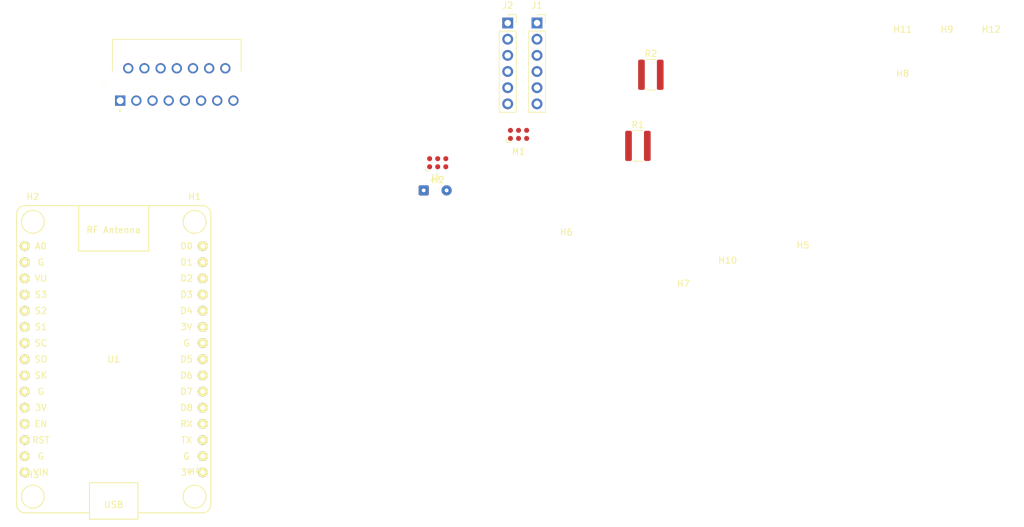
<source format=kicad_pcb>
(kicad_pcb (version 20171130) (host pcbnew "(5.1.9)-1")

  (general
    (thickness 1.6)
    (drawings 0)
    (tracks 0)
    (zones 0)
    (modules 21)
    (nets 15)
  )

  (page A4)
  (layers
    (0 F.Cu signal)
    (31 B.Cu signal)
    (32 B.Adhes user)
    (33 F.Adhes user)
    (34 B.Paste user)
    (35 F.Paste user)
    (36 B.SilkS user)
    (37 F.SilkS user)
    (38 B.Mask user)
    (39 F.Mask user)
    (40 Dwgs.User user)
    (41 Cmts.User user)
    (42 Eco1.User user)
    (43 Eco2.User user)
    (44 Edge.Cuts user)
    (45 Margin user)
    (46 B.CrtYd user)
    (47 F.CrtYd user)
    (48 B.Fab user)
    (49 F.Fab user)
  )

  (setup
    (last_trace_width 0.25)
    (trace_clearance 0.2)
    (zone_clearance 0.508)
    (zone_45_only no)
    (trace_min 0.2)
    (via_size 0.8)
    (via_drill 0.4)
    (via_min_size 0.4)
    (via_min_drill 0.3)
    (uvia_size 0.3)
    (uvia_drill 0.1)
    (uvias_allowed no)
    (uvia_min_size 0.2)
    (uvia_min_drill 0.1)
    (edge_width 0.05)
    (segment_width 0.2)
    (pcb_text_width 0.3)
    (pcb_text_size 1.5 1.5)
    (mod_edge_width 0.12)
    (mod_text_size 1 1)
    (mod_text_width 0.15)
    (pad_size 1.524 1.524)
    (pad_drill 0.762)
    (pad_to_mask_clearance 0)
    (aux_axis_origin 0 0)
    (visible_elements FFFFFF7F)
    (pcbplotparams
      (layerselection 0x010fc_ffffffff)
      (usegerberextensions false)
      (usegerberattributes true)
      (usegerberadvancedattributes true)
      (creategerberjobfile true)
      (excludeedgelayer true)
      (linewidth 0.100000)
      (plotframeref false)
      (viasonmask false)
      (mode 1)
      (useauxorigin false)
      (hpglpennumber 1)
      (hpglpenspeed 20)
      (hpglpendiameter 15.000000)
      (psnegative false)
      (psa4output false)
      (plotreference true)
      (plotvalue true)
      (plotinvisibletext false)
      (padsonsilk false)
      (subtractmaskfromsilk false)
      (outputformat 1)
      (mirror false)
      (drillshape 1)
      (scaleselection 1)
      (outputdirectory ""))
  )

  (net 0 "")
  (net 1 XSHUT_Left)
  (net 2 SDA)
  (net 3 SCL)
  (net 4 GND)
  (net 5 5V)
  (net 6 XSHUT_Right)
  (net 7 "Net-(M1-Pad2)")
  (net 8 "Net-(M1-Pad1)")
  (net 9 "Net-(M2-Pad2)")
  (net 10 "Net-(M2-Pad1)")
  (net 11 IN1_IN3)
  (net 12 EN_A)
  (net 13 EN_B)
  (net 14 IN2_IN4)

  (net_class Default "This is the default net class."
    (clearance 0.2)
    (trace_width 0.25)
    (via_dia 0.8)
    (via_drill 0.4)
    (uvia_dia 0.3)
    (uvia_drill 0.1)
    (add_net 12V)
    (add_net 5V)
    (add_net EN_A)
    (add_net EN_B)
    (add_net GND)
    (add_net IN1_IN3)
    (add_net IN2_IN4)
    (add_net "Net-(J1-Pad5)")
    (add_net "Net-(J2-Pad5)")
    (add_net "Net-(M1-Pad1)")
    (add_net "Net-(M1-Pad2)")
    (add_net "Net-(M2-Pad1)")
    (add_net "Net-(M2-Pad2)")
    (add_net "Net-(U1-Pad1)")
    (add_net "Net-(U1-Pad11)")
    (add_net "Net-(U1-Pad12)")
    (add_net "Net-(U1-Pad13)")
    (add_net "Net-(U1-Pad16)")
    (add_net "Net-(U1-Pad18)")
    (add_net "Net-(U1-Pad19)")
    (add_net "Net-(U1-Pad2)")
    (add_net "Net-(U1-Pad25)")
    (add_net "Net-(U1-Pad3)")
    (add_net "Net-(U1-Pad30)")
    (add_net "Net-(U1-Pad4)")
    (add_net "Net-(U1-Pad5)")
    (add_net "Net-(U1-Pad6)")
    (add_net "Net-(U1-Pad7)")
    (add_net "Net-(U1-Pad8)")
    (add_net "Net-(U1-Pad9)")
    (add_net "Net-(U2-Pad1)")
    (add_net "Net-(U2-Pad15)")
    (add_net SCL)
    (add_net SDA)
    (add_net XSHUT_Left)
    (add_net XSHUT_Right)
  )

  (module L298N:TO127P2020X500X2100-15 (layer F.Cu) (tedit 606CC52F) (tstamp 61ABD190)
    (at 105.156 58.928 90)
    (path /61AF75BD)
    (fp_text reference U2 (at 2.425 -2.495 90) (layer F.SilkS)
      (effects (font (size 1 1) (thickness 0.015)))
    )
    (fp_text value L298N (at 13.22 20.475 90) (layer F.Fab)
      (effects (font (size 1 1) (thickness 0.015)))
    )
    (fp_line (start 9.63 -1.21) (end 4.63 -1.21) (layer F.SilkS) (width 0.127))
    (fp_line (start 4.63 -1.21) (end 4.63 18.99) (layer F.Fab) (width 0.127))
    (fp_line (start 4.63 18.99) (end 9.63 18.99) (layer F.SilkS) (width 0.127))
    (fp_line (start 9.63 18.99) (end 9.63 -1.21) (layer F.SilkS) (width 0.127))
    (fp_line (start 9.63 -1.21) (end 4.63 -1.21) (layer F.Fab) (width 0.127))
    (fp_line (start 4.63 18.99) (end 9.63 18.99) (layer F.Fab) (width 0.127))
    (fp_line (start 9.63 18.99) (end 9.63 -1.21) (layer F.Fab) (width 0.127))
    (fp_circle (center -1.59 0) (end -1.49 0) (layer F.SilkS) (width 0.2))
    (fp_circle (center -1.59 0) (end -1.49 0) (layer F.Fab) (width 0.2))
    (fp_line (start 9.88 -1.46) (end -1.06 -1.46) (layer F.CrtYd) (width 0.05))
    (fp_line (start -1.06 -1.46) (end -1.06 19.24) (layer F.CrtYd) (width 0.05))
    (fp_line (start -1.06 19.24) (end 9.88 19.24) (layer F.CrtYd) (width 0.05))
    (fp_line (start 9.88 19.24) (end 9.88 -1.46) (layer F.CrtYd) (width 0.05))
    (pad 15 thru_hole circle (at 0 17.78 90) (size 1.62 1.62) (drill 1.08) (layers *.Cu *.Mask))
    (pad 14 thru_hole circle (at 5.08 16.51 90) (size 1.62 1.62) (drill 1.08) (layers *.Cu *.Mask)
      (net 9 "Net-(M2-Pad2)"))
    (pad 13 thru_hole circle (at 0 15.24 90) (size 1.62 1.62) (drill 1.08) (layers *.Cu *.Mask)
      (net 10 "Net-(M2-Pad1)"))
    (pad 12 thru_hole circle (at 5.08 13.97 90) (size 1.62 1.62) (drill 1.08) (layers *.Cu *.Mask)
      (net 14 IN2_IN4))
    (pad 11 thru_hole circle (at 0 12.7 90) (size 1.62 1.62) (drill 1.08) (layers *.Cu *.Mask)
      (net 13 EN_B))
    (pad 10 thru_hole circle (at 5.08 11.43 90) (size 1.62 1.62) (drill 1.08) (layers *.Cu *.Mask)
      (net 11 IN1_IN3))
    (pad 9 thru_hole circle (at 0 10.16 90) (size 1.62 1.62) (drill 1.08) (layers *.Cu *.Mask)
      (net 5 5V))
    (pad 8 thru_hole circle (at 5.08 8.89 90) (size 1.62 1.62) (drill 1.08) (layers *.Cu *.Mask)
      (net 4 GND))
    (pad 7 thru_hole circle (at 0 7.62 90) (size 1.62 1.62) (drill 1.08) (layers *.Cu *.Mask)
      (net 14 IN2_IN4))
    (pad 6 thru_hole circle (at 5.08 6.35 90) (size 1.62 1.62) (drill 1.08) (layers *.Cu *.Mask)
      (net 12 EN_A))
    (pad 5 thru_hole circle (at 0 5.08 90) (size 1.62 1.62) (drill 1.08) (layers *.Cu *.Mask)
      (net 11 IN1_IN3))
    (pad 4 thru_hole circle (at 5.08 3.81 90) (size 1.62 1.62) (drill 1.08) (layers *.Cu *.Mask))
    (pad 3 thru_hole circle (at 0 2.54 90) (size 1.62 1.62) (drill 1.08) (layers *.Cu *.Mask)
      (net 7 "Net-(M1-Pad2)"))
    (pad 2 thru_hole circle (at 5.08 1.27 90) (size 1.62 1.62) (drill 1.08) (layers *.Cu *.Mask)
      (net 8 "Net-(M1-Pad1)"))
    (pad 1 thru_hole rect (at 0 0 90) (size 1.62 1.62) (drill 1.08) (layers *.Cu *.Mask))
  )

  (module "ESP8266_2:NodeMCU1.0(12-E)" (layer F.Cu) (tedit 5AF3DDCB) (tstamp 61ABD170)
    (at 104.14 99.568)
    (path /60B0CE90)
    (fp_text reference U1 (at 0 0) (layer F.SilkS)
      (effects (font (size 1 1) (thickness 0.15)))
    )
    (fp_text value "NodeMCU_1.0_(ESP-12E)" (at 0 -5.08) (layer F.Fab)
      (effects (font (size 1 1) (thickness 0.15)))
    )
    (fp_text user D0 (at 11.43 -17.78) (layer F.SilkS)
      (effects (font (size 1 1) (thickness 0.15)))
    )
    (fp_text user D1 (at 11.43 -15.24) (layer F.SilkS)
      (effects (font (size 1 1) (thickness 0.15)))
    )
    (fp_text user D2 (at 11.43 -12.7) (layer F.SilkS)
      (effects (font (size 1 1) (thickness 0.15)))
    )
    (fp_text user D3 (at 11.43 -10.16) (layer F.SilkS)
      (effects (font (size 1 1) (thickness 0.15)))
    )
    (fp_text user D4 (at 11.43 -7.62) (layer F.SilkS)
      (effects (font (size 1 1) (thickness 0.15)))
    )
    (fp_text user 3V (at 11.43 -5.08) (layer F.SilkS)
      (effects (font (size 1 1) (thickness 0.15)))
    )
    (fp_text user G (at 11.43 -2.54) (layer F.SilkS)
      (effects (font (size 1 1) (thickness 0.15)))
    )
    (fp_text user D5 (at 11.43 0) (layer F.SilkS)
      (effects (font (size 1 1) (thickness 0.15)))
    )
    (fp_text user D6 (at 11.43 2.54) (layer F.SilkS)
      (effects (font (size 1 1) (thickness 0.15)))
    )
    (fp_text user D7 (at 11.43 5.08) (layer F.SilkS)
      (effects (font (size 1 1) (thickness 0.15)))
    )
    (fp_text user D8 (at 11.43 7.62) (layer F.SilkS)
      (effects (font (size 1 1) (thickness 0.15)))
    )
    (fp_text user RX (at 11.43 10.16) (layer F.SilkS)
      (effects (font (size 1 1) (thickness 0.15)))
    )
    (fp_text user TX (at 11.43 12.7) (layer F.SilkS)
      (effects (font (size 1 1) (thickness 0.15)))
    )
    (fp_text user G (at 11.43 15.24) (layer F.SilkS)
      (effects (font (size 1 1) (thickness 0.15)))
    )
    (fp_text user 3V (at 11.43 17.78) (layer F.SilkS)
      (effects (font (size 1 1) (thickness 0.15)))
    )
    (fp_text user A0 (at -11.43 -17.78) (layer F.SilkS)
      (effects (font (size 1 1) (thickness 0.15)))
    )
    (fp_text user G (at -11.43 -15.24) (layer F.SilkS)
      (effects (font (size 1 1) (thickness 0.15)))
    )
    (fp_text user VU (at -11.43 -12.7) (layer F.SilkS)
      (effects (font (size 1 1) (thickness 0.15)))
    )
    (fp_text user S3 (at -11.43 -10.16) (layer F.SilkS)
      (effects (font (size 1 1) (thickness 0.15)))
    )
    (fp_text user S2 (at -11.43 -7.62) (layer F.SilkS)
      (effects (font (size 1 1) (thickness 0.15)))
    )
    (fp_text user S1 (at -11.43 -5.08) (layer F.SilkS)
      (effects (font (size 1 1) (thickness 0.15)))
    )
    (fp_text user SC (at -11.43 -2.54) (layer F.SilkS)
      (effects (font (size 1 1) (thickness 0.15)))
    )
    (fp_text user SO (at -11.43 0) (layer F.SilkS)
      (effects (font (size 1 1) (thickness 0.15)))
    )
    (fp_text user SK (at -11.43 2.54) (layer F.SilkS)
      (effects (font (size 1 1) (thickness 0.15)))
    )
    (fp_text user G (at -11.43 5.08) (layer F.SilkS)
      (effects (font (size 1 1) (thickness 0.15)))
    )
    (fp_text user 3V (at -11.43 7.62) (layer F.SilkS)
      (effects (font (size 1 1) (thickness 0.15)))
    )
    (fp_text user EN (at -11.43 10.16) (layer F.SilkS)
      (effects (font (size 1 1) (thickness 0.15)))
    )
    (fp_text user RST (at -11.43 12.7) (layer F.SilkS)
      (effects (font (size 1 1) (thickness 0.15)))
    )
    (fp_text user G (at -11.43 15.24) (layer F.SilkS)
      (effects (font (size 1 1) (thickness 0.15)))
    )
    (fp_text user VIN (at -11.43 17.78) (layer F.SilkS)
      (effects (font (size 1 1) (thickness 0.15)))
    )
    (fp_arc (start -13.97 22.86) (end -13.97 24.13) (angle 90) (layer F.SilkS) (width 0.15))
    (fp_arc (start 13.97 22.86) (end 15.24 22.86) (angle 90) (layer F.SilkS) (width 0.15))
    (fp_arc (start 13.97 -22.86) (end 13.97 -24.13) (angle 90) (layer F.SilkS) (width 0.15))
    (fp_arc (start -13.97 -22.86) (end -15.24 -22.86) (angle 90) (layer F.SilkS) (width 0.15))
    (fp_text user "RF Antenna" (at 0 -20.32) (layer F.SilkS)
      (effects (font (size 1 1) (thickness 0.15)))
    )
    (fp_text user USB (at 0 22.86) (layer F.SilkS)
      (effects (font (size 1 1) (thickness 0.15)))
    )
    (fp_line (start 13.98 24.13) (end 3.81 24.13) (layer F.SilkS) (width 0.15))
    (fp_line (start 5.5 -17) (end -5.5 -17) (layer F.SilkS) (width 0.15))
    (fp_line (start 5.5 -24.13) (end 5.5 -17) (layer F.SilkS) (width 0.15))
    (fp_line (start -5.5 -17) (end -5.5 -24.13) (layer F.SilkS) (width 0.15))
    (fp_line (start -3.8 25.13) (end -3.8 19.4) (layer F.SilkS) (width 0.15))
    (fp_line (start -3.8 19.4) (end 3.8 19.4) (layer F.SilkS) (width 0.15))
    (fp_line (start 3.8 19.4) (end 3.8 25.13) (layer F.SilkS) (width 0.15))
    (fp_line (start 3.8 25.13) (end -3.8 25.13) (layer F.SilkS) (width 0.15))
    (fp_line (start 15.24 -22.86) (end 15.24 22.86) (layer F.SilkS) (width 0.15))
    (fp_line (start -15.24 -22.86) (end -15.24 22.86) (layer F.SilkS) (width 0.15))
    (fp_line (start -3.8 24.13) (end -13.97 24.13) (layer F.SilkS) (width 0.15))
    (fp_circle (center 12.7 21.59) (end 13.97 20.32) (layer F.SilkS) (width 0.15))
    (fp_circle (center -12.7 21.59) (end -11.43 20.32) (layer F.SilkS) (width 0.15))
    (fp_circle (center -12.7 -21.59) (end -11.43 -22.86) (layer F.SilkS) (width 0.15))
    (fp_circle (center 12.7 -21.59) (end 13.97 -22.86) (layer F.SilkS) (width 0.15))
    (fp_line (start 13.97 -24.13) (end -13.97 -24.13) (layer F.SilkS) (width 0.15))
    (pad 30 thru_hole circle (at 13.97 -17.78) (size 1.524 1.524) (drill 0.762) (layers *.Cu *.Mask F.SilkS))
    (pad 29 thru_hole circle (at 13.97 -15.24) (size 1.524 1.524) (drill 0.762) (layers *.Cu *.Mask F.SilkS)
      (net 3 SCL))
    (pad 28 thru_hole circle (at 13.97 -12.7) (size 1.524 1.524) (drill 0.762) (layers *.Cu *.Mask F.SilkS)
      (net 2 SDA))
    (pad 27 thru_hole circle (at 13.97 -10.16) (size 1.524 1.524) (drill 0.762) (layers *.Cu *.Mask F.SilkS)
      (net 11 IN1_IN3))
    (pad 26 thru_hole circle (at 13.97 -7.62) (size 1.524 1.524) (drill 0.762) (layers *.Cu *.Mask F.SilkS)
      (net 1 XSHUT_Left))
    (pad 25 thru_hole circle (at 13.97 -5.08) (size 1.524 1.524) (drill 0.762) (layers *.Cu *.Mask F.SilkS))
    (pad 24 thru_hole circle (at 13.97 -2.54) (size 1.524 1.524) (drill 0.762) (layers *.Cu *.Mask F.SilkS)
      (net 4 GND))
    (pad 23 thru_hole circle (at 13.97 0) (size 1.524 1.524) (drill 0.762) (layers *.Cu *.Mask F.SilkS)
      (net 12 EN_A))
    (pad 22 thru_hole circle (at 13.97 2.54) (size 1.524 1.524) (drill 0.762) (layers *.Cu *.Mask F.SilkS)
      (net 13 EN_B))
    (pad 21 thru_hole circle (at 13.97 5.08) (size 1.524 1.524) (drill 0.762) (layers *.Cu *.Mask F.SilkS)
      (net 14 IN2_IN4))
    (pad 20 thru_hole circle (at 13.97 7.62) (size 1.524 1.524) (drill 0.762) (layers *.Cu *.Mask F.SilkS)
      (net 6 XSHUT_Right))
    (pad 19 thru_hole circle (at 13.97 10.16) (size 1.524 1.524) (drill 0.762) (layers *.Cu *.Mask F.SilkS))
    (pad 18 thru_hole circle (at 13.97 12.7) (size 1.524 1.524) (drill 0.762) (layers *.Cu *.Mask F.SilkS))
    (pad 17 thru_hole circle (at 13.97 15.24) (size 1.524 1.524) (drill 0.762) (layers *.Cu *.Mask F.SilkS)
      (net 4 GND))
    (pad 16 thru_hole circle (at 13.97 17.78) (size 1.524 1.524) (drill 0.762) (layers *.Cu *.Mask F.SilkS))
    (pad 15 thru_hole circle (at -13.97 17.78) (size 1.524 1.524) (drill 0.762) (layers *.Cu *.Mask F.SilkS)
      (net 5 5V))
    (pad 14 thru_hole circle (at -13.97 15.24) (size 1.524 1.524) (drill 0.762) (layers *.Cu *.Mask F.SilkS)
      (net 4 GND))
    (pad 13 thru_hole circle (at -13.97 12.7) (size 1.524 1.524) (drill 0.762) (layers *.Cu *.Mask F.SilkS))
    (pad 12 thru_hole circle (at -13.97 10.16) (size 1.524 1.524) (drill 0.762) (layers *.Cu *.Mask F.SilkS))
    (pad 11 thru_hole circle (at -13.97 7.62) (size 1.524 1.524) (drill 0.762) (layers *.Cu *.Mask F.SilkS))
    (pad 10 thru_hole circle (at -13.97 5.08) (size 1.524 1.524) (drill 0.762) (layers *.Cu *.Mask F.SilkS)
      (net 4 GND))
    (pad 9 thru_hole circle (at -13.97 2.54) (size 1.524 1.524) (drill 0.762) (layers *.Cu *.Mask F.SilkS))
    (pad 8 thru_hole circle (at -13.97 0) (size 1.524 1.524) (drill 0.762) (layers *.Cu *.Mask F.SilkS))
    (pad 7 thru_hole circle (at -13.97 -2.54) (size 1.524 1.524) (drill 0.762) (layers *.Cu *.Mask F.SilkS))
    (pad 6 thru_hole circle (at -13.97 -5.08) (size 1.524 1.524) (drill 0.762) (layers *.Cu *.Mask F.SilkS))
    (pad 5 thru_hole circle (at -13.97 -7.62) (size 1.524 1.524) (drill 0.762) (layers *.Cu *.Mask F.SilkS))
    (pad 4 thru_hole circle (at -13.97 -10.16) (size 1.524 1.524) (drill 0.762) (layers *.Cu *.Mask F.SilkS))
    (pad 3 thru_hole circle (at -13.97 -12.7) (size 1.524 1.524) (drill 0.762) (layers *.Cu *.Mask F.SilkS))
    (pad 2 thru_hole circle (at -13.97 -15.24) (size 1.524 1.524) (drill 0.762) (layers *.Cu *.Mask F.SilkS))
    (pad 1 thru_hole circle (at -13.97 -17.78) (size 1.524 1.524) (drill 0.762) (layers *.Cu *.Mask F.SilkS))
  )

  (module Resistor_SMD:R_1218_3246Metric (layer F.Cu) (tedit 5F68FEEE) (tstamp 61ABD11A)
    (at 188.468 54.864)
    (descr "Resistor SMD 1218 (3246 Metric), square (rectangular) end terminal, IPC_7351 nominal, (Body size source: https://www.vishay.com/docs/20035/dcrcwe3.pdf), generated with kicad-footprint-generator")
    (tags resistor)
    (path /61AF5DFF)
    (attr smd)
    (fp_text reference R2 (at 0 -3.32) (layer F.SilkS)
      (effects (font (size 1 1) (thickness 0.15)))
    )
    (fp_text value 4.7k (at 0 3.32) (layer F.Fab)
      (effects (font (size 1 1) (thickness 0.15)))
    )
    (fp_text user %R (at 0 0) (layer F.Fab)
      (effects (font (size 0.8 0.8) (thickness 0.12)))
    )
    (fp_line (start -1.6 2.3) (end -1.6 -2.3) (layer F.Fab) (width 0.1))
    (fp_line (start -1.6 -2.3) (end 1.6 -2.3) (layer F.Fab) (width 0.1))
    (fp_line (start 1.6 -2.3) (end 1.6 2.3) (layer F.Fab) (width 0.1))
    (fp_line (start 1.6 2.3) (end -1.6 2.3) (layer F.Fab) (width 0.1))
    (fp_line (start -0.777064 -2.41) (end 0.777064 -2.41) (layer F.SilkS) (width 0.12))
    (fp_line (start -0.777064 2.41) (end 0.777064 2.41) (layer F.SilkS) (width 0.12))
    (fp_line (start -2.25 2.62) (end -2.25 -2.62) (layer F.CrtYd) (width 0.05))
    (fp_line (start -2.25 -2.62) (end 2.25 -2.62) (layer F.CrtYd) (width 0.05))
    (fp_line (start 2.25 -2.62) (end 2.25 2.62) (layer F.CrtYd) (width 0.05))
    (fp_line (start 2.25 2.62) (end -2.25 2.62) (layer F.CrtYd) (width 0.05))
    (pad 2 smd roundrect (at 1.475 0) (size 1.05 4.75) (layers F.Cu F.Paste F.Mask) (roundrect_rratio 0.238095)
      (net 5 5V))
    (pad 1 smd roundrect (at -1.475 0) (size 1.05 4.75) (layers F.Cu F.Paste F.Mask) (roundrect_rratio 0.238095)
      (net 2 SDA))
    (model ${KISYS3DMOD}/Resistor_SMD.3dshapes/R_1218_3246Metric.wrl
      (at (xyz 0 0 0))
      (scale (xyz 1 1 1))
      (rotate (xyz 0 0 0))
    )
  )

  (module Resistor_SMD:R_1218_3246Metric (layer F.Cu) (tedit 5F68FEEE) (tstamp 61ABD109)
    (at 186.436 66.04)
    (descr "Resistor SMD 1218 (3246 Metric), square (rectangular) end terminal, IPC_7351 nominal, (Body size source: https://www.vishay.com/docs/20035/dcrcwe3.pdf), generated with kicad-footprint-generator")
    (tags resistor)
    (path /61AF4570)
    (attr smd)
    (fp_text reference R1 (at 0 -3.32) (layer F.SilkS)
      (effects (font (size 1 1) (thickness 0.15)))
    )
    (fp_text value 4.7k (at 0 3.32) (layer F.Fab)
      (effects (font (size 1 1) (thickness 0.15)))
    )
    (fp_text user %R (at 0 0) (layer F.Fab)
      (effects (font (size 0.8 0.8) (thickness 0.12)))
    )
    (fp_line (start -1.6 2.3) (end -1.6 -2.3) (layer F.Fab) (width 0.1))
    (fp_line (start -1.6 -2.3) (end 1.6 -2.3) (layer F.Fab) (width 0.1))
    (fp_line (start 1.6 -2.3) (end 1.6 2.3) (layer F.Fab) (width 0.1))
    (fp_line (start 1.6 2.3) (end -1.6 2.3) (layer F.Fab) (width 0.1))
    (fp_line (start -0.777064 -2.41) (end 0.777064 -2.41) (layer F.SilkS) (width 0.12))
    (fp_line (start -0.777064 2.41) (end 0.777064 2.41) (layer F.SilkS) (width 0.12))
    (fp_line (start -2.25 2.62) (end -2.25 -2.62) (layer F.CrtYd) (width 0.05))
    (fp_line (start -2.25 -2.62) (end 2.25 -2.62) (layer F.CrtYd) (width 0.05))
    (fp_line (start 2.25 -2.62) (end 2.25 2.62) (layer F.CrtYd) (width 0.05))
    (fp_line (start 2.25 2.62) (end -2.25 2.62) (layer F.CrtYd) (width 0.05))
    (pad 2 smd roundrect (at 1.475 0) (size 1.05 4.75) (layers F.Cu F.Paste F.Mask) (roundrect_rratio 0.238095)
      (net 5 5V))
    (pad 1 smd roundrect (at -1.475 0) (size 1.05 4.75) (layers F.Cu F.Paste F.Mask) (roundrect_rratio 0.238095)
      (net 3 SCL))
    (model ${KISYS3DMOD}/Resistor_SMD.3dshapes/R_1218_3246Metric.wrl
      (at (xyz 0 0 0))
      (scale (xyz 1 1 1))
      (rotate (xyz 0 0 0))
    )
  )

  (module Connector:Tag-Connect_TC2030-IDC-NL_2x03_P1.27mm_Vertical (layer F.Cu) (tedit 5A29CEA9) (tstamp 61ABD0F8)
    (at 155.006 68.686)
    (descr "Tag-Connect programming header; http://www.tag-connect.com/Materials/TC2030-IDC-NL.pdf")
    (tags "tag connect programming header pogo pins")
    (path /61B02949)
    (attr virtual)
    (fp_text reference M2 (at 0 2.7) (layer F.SilkS)
      (effects (font (size 1 1) (thickness 0.15)))
    )
    (fp_text value Motor_DC (at 0 -2.3) (layer F.Fab)
      (effects (font (size 1 1) (thickness 0.15)))
    )
    (fp_text user KEEPOUT (at 0 0) (layer Cmts.User)
      (effects (font (size 0.4 0.4) (thickness 0.07)))
    )
    (fp_text user %R (at 0 0) (layer F.Fab)
      (effects (font (size 1 1) (thickness 0.15)))
    )
    (fp_line (start -1.905 1.27) (end -1.905 0.635) (layer F.SilkS) (width 0.12))
    (fp_line (start -1.27 1.27) (end -1.905 1.27) (layer F.SilkS) (width 0.12))
    (fp_line (start -3.5 2) (end -3.5 -2) (layer F.CrtYd) (width 0.05))
    (fp_line (start 3.5 2) (end -3.5 2) (layer F.CrtYd) (width 0.05))
    (fp_line (start 3.5 -2) (end 3.5 2) (layer F.CrtYd) (width 0.05))
    (fp_line (start -3.5 -2) (end 3.5 -2) (layer F.CrtYd) (width 0.05))
    (fp_line (start -1.27 0.635) (end -1.27 -0.635) (layer Dwgs.User) (width 0.1))
    (fp_line (start 1.27 0.635) (end -1.27 0.635) (layer Dwgs.User) (width 0.1))
    (fp_line (start 1.27 -0.635) (end 1.27 0.635) (layer Dwgs.User) (width 0.1))
    (fp_line (start -1.27 -0.635) (end 1.27 -0.635) (layer Dwgs.User) (width 0.1))
    (fp_line (start -1.27 0.635) (end 0 -0.635) (layer Dwgs.User) (width 0.1))
    (fp_line (start -1.27 0) (end -0.635 -0.635) (layer Dwgs.User) (width 0.1))
    (fp_line (start -0.635 0.635) (end 0.635 -0.635) (layer Dwgs.User) (width 0.1))
    (fp_line (start 0 0.635) (end 1.27 -0.635) (layer Dwgs.User) (width 0.1))
    (fp_line (start 0.635 0.635) (end 1.27 0) (layer Dwgs.User) (width 0.1))
    (pad 6 connect circle (at 1.27 -0.635) (size 0.7874 0.7874) (layers F.Cu F.Mask))
    (pad 5 connect circle (at 1.27 0.635) (size 0.7874 0.7874) (layers F.Cu F.Mask))
    (pad 4 connect circle (at 0 -0.635) (size 0.7874 0.7874) (layers F.Cu F.Mask))
    (pad 3 connect circle (at 0 0.635) (size 0.7874 0.7874) (layers F.Cu F.Mask))
    (pad 2 connect circle (at -1.27 -0.635) (size 0.7874 0.7874) (layers F.Cu F.Mask)
      (net 9 "Net-(M2-Pad2)"))
    (pad 1 connect circle (at -1.27 0.635) (size 0.7874 0.7874) (layers F.Cu F.Mask)
      (net 10 "Net-(M2-Pad1)"))
    (pad "" np_thru_hole circle (at -2.54 0) (size 0.9906 0.9906) (drill 0.9906) (layers *.Cu *.Mask))
    (pad "" np_thru_hole circle (at 2.54 1.016) (size 0.9906 0.9906) (drill 0.9906) (layers *.Cu *.Mask))
    (pad "" np_thru_hole circle (at 2.54 -1.016) (size 0.9906 0.9906) (drill 0.9906) (layers *.Cu *.Mask))
  )

  (module Connector:Tag-Connect_TC2030-IDC-NL_2x03_P1.27mm_Vertical (layer F.Cu) (tedit 5A29CEA9) (tstamp 61ABD0DA)
    (at 167.696 64.236)
    (descr "Tag-Connect programming header; http://www.tag-connect.com/Materials/TC2030-IDC-NL.pdf")
    (tags "tag connect programming header pogo pins")
    (path /61B009EB)
    (attr virtual)
    (fp_text reference M1 (at 0 2.7) (layer F.SilkS)
      (effects (font (size 1 1) (thickness 0.15)))
    )
    (fp_text value Motor_DC (at 0 -2.3) (layer F.Fab)
      (effects (font (size 1 1) (thickness 0.15)))
    )
    (fp_text user KEEPOUT (at 0 0) (layer Cmts.User)
      (effects (font (size 0.4 0.4) (thickness 0.07)))
    )
    (fp_text user %R (at 0 0) (layer F.Fab)
      (effects (font (size 1 1) (thickness 0.15)))
    )
    (fp_line (start -1.905 1.27) (end -1.905 0.635) (layer F.SilkS) (width 0.12))
    (fp_line (start -1.27 1.27) (end -1.905 1.27) (layer F.SilkS) (width 0.12))
    (fp_line (start -3.5 2) (end -3.5 -2) (layer F.CrtYd) (width 0.05))
    (fp_line (start 3.5 2) (end -3.5 2) (layer F.CrtYd) (width 0.05))
    (fp_line (start 3.5 -2) (end 3.5 2) (layer F.CrtYd) (width 0.05))
    (fp_line (start -3.5 -2) (end 3.5 -2) (layer F.CrtYd) (width 0.05))
    (fp_line (start -1.27 0.635) (end -1.27 -0.635) (layer Dwgs.User) (width 0.1))
    (fp_line (start 1.27 0.635) (end -1.27 0.635) (layer Dwgs.User) (width 0.1))
    (fp_line (start 1.27 -0.635) (end 1.27 0.635) (layer Dwgs.User) (width 0.1))
    (fp_line (start -1.27 -0.635) (end 1.27 -0.635) (layer Dwgs.User) (width 0.1))
    (fp_line (start -1.27 0.635) (end 0 -0.635) (layer Dwgs.User) (width 0.1))
    (fp_line (start -1.27 0) (end -0.635 -0.635) (layer Dwgs.User) (width 0.1))
    (fp_line (start -0.635 0.635) (end 0.635 -0.635) (layer Dwgs.User) (width 0.1))
    (fp_line (start 0 0.635) (end 1.27 -0.635) (layer Dwgs.User) (width 0.1))
    (fp_line (start 0.635 0.635) (end 1.27 0) (layer Dwgs.User) (width 0.1))
    (pad 6 connect circle (at 1.27 -0.635) (size 0.7874 0.7874) (layers F.Cu F.Mask))
    (pad 5 connect circle (at 1.27 0.635) (size 0.7874 0.7874) (layers F.Cu F.Mask))
    (pad 4 connect circle (at 0 -0.635) (size 0.7874 0.7874) (layers F.Cu F.Mask))
    (pad 3 connect circle (at 0 0.635) (size 0.7874 0.7874) (layers F.Cu F.Mask))
    (pad 2 connect circle (at -1.27 -0.635) (size 0.7874 0.7874) (layers F.Cu F.Mask)
      (net 7 "Net-(M1-Pad2)"))
    (pad 1 connect circle (at -1.27 0.635) (size 0.7874 0.7874) (layers F.Cu F.Mask)
      (net 8 "Net-(M1-Pad1)"))
    (pad "" np_thru_hole circle (at -2.54 0) (size 0.9906 0.9906) (drill 0.9906) (layers *.Cu *.Mask))
    (pad "" np_thru_hole circle (at 2.54 1.016) (size 0.9906 0.9906) (drill 0.9906) (layers *.Cu *.Mask))
    (pad "" np_thru_hole circle (at 2.54 -1.016) (size 0.9906 0.9906) (drill 0.9906) (layers *.Cu *.Mask))
  )

  (module Connector_Wire:SolderWire-0.1sqmm_1x02_P3.6mm_D0.4mm_OD1mm (layer F.Cu) (tedit 5EB70B42) (tstamp 61ABD0BC)
    (at 152.806 73.036)
    (descr "Soldered wire connection, for 2 times 0.1 mm² wires, basic insulation, conductor diameter 0.4mm, outer diameter 1mm, size source Multi-Contact FLEXI-E 0.1 (https://ec.staubli.com/AcroFiles/Catalogues/TM_Cab-Main-11014119_(en)_hi.pdf), bend radius 3 times outer diameter, generated with kicad-footprint-generator")
    (tags "connector wire 0.1sqmm")
    (path /60C91BD1)
    (attr virtual)
    (fp_text reference J4 (at 1.8 -2) (layer F.SilkS)
      (effects (font (size 1 1) (thickness 0.15)))
    )
    (fp_text value "Power supply" (at 1.8 2) (layer F.Fab)
      (effects (font (size 1 1) (thickness 0.15)))
    )
    (fp_text user %R (at 1.8 0 90) (layer F.Fab)
      (effects (font (size 0.65 0.65) (thickness 0.1)))
    )
    (fp_circle (center 0 0) (end 0.5 0) (layer F.Fab) (width 0.1))
    (fp_circle (center 3.6 0) (end 4.1 0) (layer F.Fab) (width 0.1))
    (fp_line (start -1.3 -1.3) (end -1.3 1.3) (layer F.CrtYd) (width 0.05))
    (fp_line (start -1.3 1.3) (end 1.3 1.3) (layer F.CrtYd) (width 0.05))
    (fp_line (start 1.3 1.3) (end 1.3 -1.3) (layer F.CrtYd) (width 0.05))
    (fp_line (start 1.3 -1.3) (end -1.3 -1.3) (layer F.CrtYd) (width 0.05))
    (fp_line (start 2.3 -1.3) (end 2.3 1.3) (layer F.CrtYd) (width 0.05))
    (fp_line (start 2.3 1.3) (end 4.9 1.3) (layer F.CrtYd) (width 0.05))
    (fp_line (start 4.9 1.3) (end 4.9 -1.3) (layer F.CrtYd) (width 0.05))
    (fp_line (start 4.9 -1.3) (end 2.3 -1.3) (layer F.CrtYd) (width 0.05))
    (pad 2 thru_hole circle (at 3.6 0) (size 1.6 1.6) (drill 0.6) (layers *.Cu *.Mask)
      (net 4 GND))
    (pad 1 thru_hole roundrect (at 0 0) (size 1.6 1.6) (drill 0.6) (layers *.Cu *.Mask) (roundrect_rratio 0.15625)
      (net 5 5V))
    (model ${KISYS3DMOD}/Connector_Wire.3dshapes/SolderWire-0.1sqmm_1x02_P3.6mm_D0.4mm_OD1mm.wrl
      (at (xyz 0 0 0))
      (scale (xyz 1 1 1))
      (rotate (xyz 0 0 0))
    )
  )

  (module Connector_PinSocket_2.54mm:PinSocket_1x06_P2.54mm_Vertical (layer F.Cu) (tedit 5A19A430) (tstamp 61ABD0AB)
    (at 165.996 46.736)
    (descr "Through hole straight socket strip, 1x06, 2.54mm pitch, single row (from Kicad 4.0.7), script generated")
    (tags "Through hole socket strip THT 1x06 2.54mm single row")
    (path /60CE6BD4)
    (fp_text reference J2 (at 0 -2.77) (layer F.SilkS)
      (effects (font (size 1 1) (thickness 0.15)))
    )
    (fp_text value "VL53L0X Right" (at 0 15.47) (layer F.Fab)
      (effects (font (size 1 1) (thickness 0.15)))
    )
    (fp_text user %R (at 0 6.35 90) (layer F.Fab)
      (effects (font (size 1 1) (thickness 0.15)))
    )
    (fp_line (start -1.27 -1.27) (end 0.635 -1.27) (layer F.Fab) (width 0.1))
    (fp_line (start 0.635 -1.27) (end 1.27 -0.635) (layer F.Fab) (width 0.1))
    (fp_line (start 1.27 -0.635) (end 1.27 13.97) (layer F.Fab) (width 0.1))
    (fp_line (start 1.27 13.97) (end -1.27 13.97) (layer F.Fab) (width 0.1))
    (fp_line (start -1.27 13.97) (end -1.27 -1.27) (layer F.Fab) (width 0.1))
    (fp_line (start -1.33 1.27) (end 1.33 1.27) (layer F.SilkS) (width 0.12))
    (fp_line (start -1.33 1.27) (end -1.33 14.03) (layer F.SilkS) (width 0.12))
    (fp_line (start -1.33 14.03) (end 1.33 14.03) (layer F.SilkS) (width 0.12))
    (fp_line (start 1.33 1.27) (end 1.33 14.03) (layer F.SilkS) (width 0.12))
    (fp_line (start 1.33 -1.33) (end 1.33 0) (layer F.SilkS) (width 0.12))
    (fp_line (start 0 -1.33) (end 1.33 -1.33) (layer F.SilkS) (width 0.12))
    (fp_line (start -1.8 -1.8) (end 1.75 -1.8) (layer F.CrtYd) (width 0.05))
    (fp_line (start 1.75 -1.8) (end 1.75 14.45) (layer F.CrtYd) (width 0.05))
    (fp_line (start 1.75 14.45) (end -1.8 14.45) (layer F.CrtYd) (width 0.05))
    (fp_line (start -1.8 14.45) (end -1.8 -1.8) (layer F.CrtYd) (width 0.05))
    (pad 6 thru_hole oval (at 0 12.7) (size 1.7 1.7) (drill 1) (layers *.Cu *.Mask)
      (net 6 XSHUT_Right))
    (pad 5 thru_hole oval (at 0 10.16) (size 1.7 1.7) (drill 1) (layers *.Cu *.Mask))
    (pad 4 thru_hole oval (at 0 7.62) (size 1.7 1.7) (drill 1) (layers *.Cu *.Mask)
      (net 2 SDA))
    (pad 3 thru_hole oval (at 0 5.08) (size 1.7 1.7) (drill 1) (layers *.Cu *.Mask)
      (net 3 SCL))
    (pad 2 thru_hole oval (at 0 2.54) (size 1.7 1.7) (drill 1) (layers *.Cu *.Mask)
      (net 4 GND))
    (pad 1 thru_hole rect (at 0 0) (size 1.7 1.7) (drill 1) (layers *.Cu *.Mask)
      (net 5 5V))
    (model ${KISYS3DMOD}/Connector_PinSocket_2.54mm.3dshapes/PinSocket_1x06_P2.54mm_Vertical.wrl
      (at (xyz 0 0 0))
      (scale (xyz 1 1 1))
      (rotate (xyz 0 0 0))
    )
  )

  (module Connector_PinSocket_2.54mm:PinSocket_1x06_P2.54mm_Vertical (layer F.Cu) (tedit 5A19A430) (tstamp 61ABD091)
    (at 170.596 46.736)
    (descr "Through hole straight socket strip, 1x06, 2.54mm pitch, single row (from Kicad 4.0.7), script generated")
    (tags "Through hole socket strip THT 1x06 2.54mm single row")
    (path /60C6A1D4)
    (fp_text reference J1 (at 0 -2.77) (layer F.SilkS)
      (effects (font (size 1 1) (thickness 0.15)))
    )
    (fp_text value "VL53L0X Left" (at 0 15.47) (layer F.Fab)
      (effects (font (size 1 1) (thickness 0.15)))
    )
    (fp_text user %R (at 0 6.35 90) (layer F.Fab)
      (effects (font (size 1 1) (thickness 0.15)))
    )
    (fp_line (start -1.27 -1.27) (end 0.635 -1.27) (layer F.Fab) (width 0.1))
    (fp_line (start 0.635 -1.27) (end 1.27 -0.635) (layer F.Fab) (width 0.1))
    (fp_line (start 1.27 -0.635) (end 1.27 13.97) (layer F.Fab) (width 0.1))
    (fp_line (start 1.27 13.97) (end -1.27 13.97) (layer F.Fab) (width 0.1))
    (fp_line (start -1.27 13.97) (end -1.27 -1.27) (layer F.Fab) (width 0.1))
    (fp_line (start -1.33 1.27) (end 1.33 1.27) (layer F.SilkS) (width 0.12))
    (fp_line (start -1.33 1.27) (end -1.33 14.03) (layer F.SilkS) (width 0.12))
    (fp_line (start -1.33 14.03) (end 1.33 14.03) (layer F.SilkS) (width 0.12))
    (fp_line (start 1.33 1.27) (end 1.33 14.03) (layer F.SilkS) (width 0.12))
    (fp_line (start 1.33 -1.33) (end 1.33 0) (layer F.SilkS) (width 0.12))
    (fp_line (start 0 -1.33) (end 1.33 -1.33) (layer F.SilkS) (width 0.12))
    (fp_line (start -1.8 -1.8) (end 1.75 -1.8) (layer F.CrtYd) (width 0.05))
    (fp_line (start 1.75 -1.8) (end 1.75 14.45) (layer F.CrtYd) (width 0.05))
    (fp_line (start 1.75 14.45) (end -1.8 14.45) (layer F.CrtYd) (width 0.05))
    (fp_line (start -1.8 14.45) (end -1.8 -1.8) (layer F.CrtYd) (width 0.05))
    (pad 6 thru_hole oval (at 0 12.7) (size 1.7 1.7) (drill 1) (layers *.Cu *.Mask)
      (net 1 XSHUT_Left))
    (pad 5 thru_hole oval (at 0 10.16) (size 1.7 1.7) (drill 1) (layers *.Cu *.Mask))
    (pad 4 thru_hole oval (at 0 7.62) (size 1.7 1.7) (drill 1) (layers *.Cu *.Mask)
      (net 2 SDA))
    (pad 3 thru_hole oval (at 0 5.08) (size 1.7 1.7) (drill 1) (layers *.Cu *.Mask)
      (net 3 SCL))
    (pad 2 thru_hole oval (at 0 2.54) (size 1.7 1.7) (drill 1) (layers *.Cu *.Mask)
      (net 4 GND))
    (pad 1 thru_hole rect (at 0 0) (size 1.7 1.7) (drill 1) (layers *.Cu *.Mask)
      (net 5 5V))
    (model ${KISYS3DMOD}/Connector_PinSocket_2.54mm.3dshapes/PinSocket_1x06_P2.54mm_Vertical.wrl
      (at (xyz 0 0 0))
      (scale (xyz 1 1 1))
      (rotate (xyz 0 0 0))
    )
  )

  (module MountingHole:MountingHole_2.7mm (layer F.Cu) (tedit 56D1B4CB) (tstamp 61ABD077)
    (at 241.9 51.442)
    (descr "Mounting Hole 2.7mm, no annular")
    (tags "mounting hole 2.7mm no annular")
    (path /61AFC10C)
    (attr virtual)
    (fp_text reference H12 (at 0 -3.7) (layer F.SilkS)
      (effects (font (size 1 1) (thickness 0.15)))
    )
    (fp_text value MountingHole (at 0 3.7) (layer F.Fab)
      (effects (font (size 1 1) (thickness 0.15)))
    )
    (fp_text user %R (at 0.3 0) (layer F.Fab)
      (effects (font (size 1 1) (thickness 0.15)))
    )
    (fp_circle (center 0 0) (end 2.7 0) (layer Cmts.User) (width 0.15))
    (fp_circle (center 0 0) (end 2.95 0) (layer F.CrtYd) (width 0.05))
    (pad 1 np_thru_hole circle (at 0 0) (size 2.7 2.7) (drill 2.7) (layers *.Cu *.Mask))
  )

  (module MountingHole:MountingHole_2.7mm (layer F.Cu) (tedit 56D1B4CB) (tstamp 61ABD06F)
    (at 228 51.442)
    (descr "Mounting Hole 2.7mm, no annular")
    (tags "mounting hole 2.7mm no annular")
    (path /61AFBEA7)
    (attr virtual)
    (fp_text reference H11 (at 0 -3.7) (layer F.SilkS)
      (effects (font (size 1 1) (thickness 0.15)))
    )
    (fp_text value MountingHole (at 0 3.7) (layer F.Fab)
      (effects (font (size 1 1) (thickness 0.15)))
    )
    (fp_text user %R (at 0.3 0) (layer F.Fab)
      (effects (font (size 1 1) (thickness 0.15)))
    )
    (fp_circle (center 0 0) (end 2.7 0) (layer Cmts.User) (width 0.15))
    (fp_circle (center 0 0) (end 2.95 0) (layer F.CrtYd) (width 0.05))
    (pad 1 np_thru_hole circle (at 0 0) (size 2.7 2.7) (drill 2.7) (layers *.Cu *.Mask))
  )

  (module MountingHole:MountingHole_2.7mm (layer F.Cu) (tedit 56D1B4CB) (tstamp 61ABD067)
    (at 200.522 87.732)
    (descr "Mounting Hole 2.7mm, no annular")
    (tags "mounting hole 2.7mm no annular")
    (path /61AFBCF0)
    (attr virtual)
    (fp_text reference H10 (at 0 -3.7) (layer F.SilkS)
      (effects (font (size 1 1) (thickness 0.15)))
    )
    (fp_text value MountingHole (at 0 3.7) (layer F.Fab)
      (effects (font (size 1 1) (thickness 0.15)))
    )
    (fp_text user %R (at 0.3 0) (layer F.Fab)
      (effects (font (size 1 1) (thickness 0.15)))
    )
    (fp_circle (center 0 0) (end 2.7 0) (layer Cmts.User) (width 0.15))
    (fp_circle (center 0 0) (end 2.95 0) (layer F.CrtYd) (width 0.05))
    (pad 1 np_thru_hole circle (at 0 0) (size 2.7 2.7) (drill 2.7) (layers *.Cu *.Mask))
  )

  (module MountingHole:MountingHole_2.7mm (layer F.Cu) (tedit 56D1B4CB) (tstamp 61ABD05F)
    (at 234.95 51.442)
    (descr "Mounting Hole 2.7mm, no annular")
    (tags "mounting hole 2.7mm no annular")
    (path /61AFBAFA)
    (attr virtual)
    (fp_text reference H9 (at 0 -3.7) (layer F.SilkS)
      (effects (font (size 1 1) (thickness 0.15)))
    )
    (fp_text value MountingHole (at 0 3.7) (layer F.Fab)
      (effects (font (size 1 1) (thickness 0.15)))
    )
    (fp_text user %R (at 0.3 0) (layer F.Fab)
      (effects (font (size 1 1) (thickness 0.15)))
    )
    (fp_circle (center 0 0) (end 2.7 0) (layer Cmts.User) (width 0.15))
    (fp_circle (center 0 0) (end 2.95 0) (layer F.CrtYd) (width 0.05))
    (pad 1 np_thru_hole circle (at 0 0) (size 2.7 2.7) (drill 2.7) (layers *.Cu *.Mask))
  )

  (module MountingHole:MountingHole_2.7mm (layer F.Cu) (tedit 56D1B4CB) (tstamp 61ABD057)
    (at 228 58.392)
    (descr "Mounting Hole 2.7mm, no annular")
    (tags "mounting hole 2.7mm no annular")
    (path /61B0EA7F)
    (attr virtual)
    (fp_text reference H8 (at 0 -3.7) (layer F.SilkS)
      (effects (font (size 1 1) (thickness 0.15)))
    )
    (fp_text value MountingHole (at 0 3.7) (layer F.Fab)
      (effects (font (size 1 1) (thickness 0.15)))
    )
    (fp_text user %R (at 0.3 0) (layer F.Fab)
      (effects (font (size 1 1) (thickness 0.15)))
    )
    (fp_circle (center 0 0) (end 2.7 0) (layer Cmts.User) (width 0.15))
    (fp_circle (center 0 0) (end 2.95 0) (layer F.CrtYd) (width 0.05))
    (pad 1 np_thru_hole circle (at 0 0) (size 2.7 2.7) (drill 2.7) (layers *.Cu *.Mask))
  )

  (module MountingHole:MountingHole_2.7mm (layer F.Cu) (tedit 56D1B4CB) (tstamp 61ABD04F)
    (at 193.572 91.382)
    (descr "Mounting Hole 2.7mm, no annular")
    (tags "mounting hole 2.7mm no annular")
    (path /61B0E44C)
    (attr virtual)
    (fp_text reference H7 (at 0 -3.7) (layer F.SilkS)
      (effects (font (size 1 1) (thickness 0.15)))
    )
    (fp_text value MountingHole (at 0 3.7) (layer F.Fab)
      (effects (font (size 1 1) (thickness 0.15)))
    )
    (fp_text user %R (at 0.3 0) (layer F.Fab)
      (effects (font (size 1 1) (thickness 0.15)))
    )
    (fp_circle (center 0 0) (end 2.7 0) (layer Cmts.User) (width 0.15))
    (fp_circle (center 0 0) (end 2.95 0) (layer F.CrtYd) (width 0.05))
    (pad 1 np_thru_hole circle (at 0 0) (size 2.7 2.7) (drill 2.7) (layers *.Cu *.Mask))
  )

  (module MountingHole:MountingHole_2.7mm (layer F.Cu) (tedit 56D1B4CB) (tstamp 61ABD047)
    (at 175.196 83.312)
    (descr "Mounting Hole 2.7mm, no annular")
    (tags "mounting hole 2.7mm no annular")
    (path /61B040E6)
    (attr virtual)
    (fp_text reference H6 (at 0 -3.7) (layer F.SilkS)
      (effects (font (size 1 1) (thickness 0.15)))
    )
    (fp_text value MountingHole (at 0 3.7) (layer F.Fab)
      (effects (font (size 1 1) (thickness 0.15)))
    )
    (fp_text user %R (at 0.3 0) (layer F.Fab)
      (effects (font (size 1 1) (thickness 0.15)))
    )
    (fp_circle (center 0 0) (end 2.7 0) (layer Cmts.User) (width 0.15))
    (fp_circle (center 0 0) (end 2.95 0) (layer F.CrtYd) (width 0.05))
    (pad 1 np_thru_hole circle (at 0 0) (size 2.7 2.7) (drill 2.7) (layers *.Cu *.Mask))
  )

  (module MountingHole:MountingHole_2.7mm (layer F.Cu) (tedit 56D1B4CB) (tstamp 61ABD03F)
    (at 212.344 85.344)
    (descr "Mounting Hole 2.7mm, no annular")
    (tags "mounting hole 2.7mm no annular")
    (path /61B03D44)
    (attr virtual)
    (fp_text reference H5 (at 0 -3.7) (layer F.SilkS)
      (effects (font (size 1 1) (thickness 0.15)))
    )
    (fp_text value MountingHole (at 0 3.7) (layer F.Fab)
      (effects (font (size 1 1) (thickness 0.15)))
    )
    (fp_text user %R (at 0.3 0) (layer F.Fab)
      (effects (font (size 1 1) (thickness 0.15)))
    )
    (fp_circle (center 0 0) (end 2.7 0) (layer Cmts.User) (width 0.15))
    (fp_circle (center 0 0) (end 2.95 0) (layer F.CrtYd) (width 0.05))
    (pad 1 np_thru_hole circle (at 0 0) (size 2.7 2.7) (drill 2.7) (layers *.Cu *.Mask))
  )

  (module MountingHole:MountingHole_2.7mm (layer F.Cu) (tedit 56D1B4CB) (tstamp 61ABD037)
    (at 116.84 120.904)
    (descr "Mounting Hole 2.7mm, no annular")
    (tags "mounting hole 2.7mm no annular")
    (path /60DA4455)
    (attr virtual)
    (fp_text reference H4 (at 0 -3.7) (layer F.SilkS)
      (effects (font (size 1 1) (thickness 0.15)))
    )
    (fp_text value MountingHole (at 0 3.7) (layer F.Fab)
      (effects (font (size 1 1) (thickness 0.15)))
    )
    (fp_text user %R (at 0.3 0) (layer F.Fab)
      (effects (font (size 1 1) (thickness 0.15)))
    )
    (fp_circle (center 0 0) (end 2.7 0) (layer Cmts.User) (width 0.15))
    (fp_circle (center 0 0) (end 2.95 0) (layer F.CrtYd) (width 0.05))
    (pad 1 np_thru_hole circle (at 0 0) (size 2.7 2.7) (drill 2.7) (layers *.Cu *.Mask))
  )

  (module MountingHole:MountingHole_2.7mm (layer F.Cu) (tedit 56D1B4CB) (tstamp 61ABD02F)
    (at 91.44 121.412)
    (descr "Mounting Hole 2.7mm, no annular")
    (tags "mounting hole 2.7mm no annular")
    (path /60DA444F)
    (attr virtual)
    (fp_text reference H3 (at 0 -3.7) (layer F.SilkS)
      (effects (font (size 1 1) (thickness 0.15)))
    )
    (fp_text value MountingHole (at 0 3.7) (layer F.Fab)
      (effects (font (size 1 1) (thickness 0.15)))
    )
    (fp_text user %R (at 0.3 0) (layer F.Fab)
      (effects (font (size 1 1) (thickness 0.15)))
    )
    (fp_circle (center 0 0) (end 2.7 0) (layer Cmts.User) (width 0.15))
    (fp_circle (center 0 0) (end 2.95 0) (layer F.CrtYd) (width 0.05))
    (pad 1 np_thru_hole circle (at 0 0) (size 2.7 2.7) (drill 2.7) (layers *.Cu *.Mask))
  )

  (module MountingHole:MountingHole_2.7mm (layer F.Cu) (tedit 56D1B4CB) (tstamp 61ABD027)
    (at 91.44 77.724)
    (descr "Mounting Hole 2.7mm, no annular")
    (tags "mounting hole 2.7mm no annular")
    (path /60DA4449)
    (attr virtual)
    (fp_text reference H2 (at 0 -3.7) (layer F.SilkS)
      (effects (font (size 1 1) (thickness 0.15)))
    )
    (fp_text value MountingHole (at 0 3.7) (layer F.Fab)
      (effects (font (size 1 1) (thickness 0.15)))
    )
    (fp_text user %R (at 0.3 0) (layer F.Fab)
      (effects (font (size 1 1) (thickness 0.15)))
    )
    (fp_circle (center 0 0) (end 2.7 0) (layer Cmts.User) (width 0.15))
    (fp_circle (center 0 0) (end 2.95 0) (layer F.CrtYd) (width 0.05))
    (pad 1 np_thru_hole circle (at 0 0) (size 2.7 2.7) (drill 2.7) (layers *.Cu *.Mask))
  )

  (module MountingHole:MountingHole_2.7mm (layer F.Cu) (tedit 56D1B4CB) (tstamp 61ABD01F)
    (at 116.84 77.724)
    (descr "Mounting Hole 2.7mm, no annular")
    (tags "mounting hole 2.7mm no annular")
    (path /60DA4443)
    (attr virtual)
    (fp_text reference H1 (at 0 -3.7) (layer F.SilkS)
      (effects (font (size 1 1) (thickness 0.15)))
    )
    (fp_text value MountingHole (at 0 3.7) (layer F.Fab)
      (effects (font (size 1 1) (thickness 0.15)))
    )
    (fp_text user %R (at 0.3 0) (layer F.Fab)
      (effects (font (size 1 1) (thickness 0.15)))
    )
    (fp_circle (center 0 0) (end 2.7 0) (layer Cmts.User) (width 0.15))
    (fp_circle (center 0 0) (end 2.95 0) (layer F.CrtYd) (width 0.05))
    (pad 1 np_thru_hole circle (at 0 0) (size 2.7 2.7) (drill 2.7) (layers *.Cu *.Mask))
  )

)

</source>
